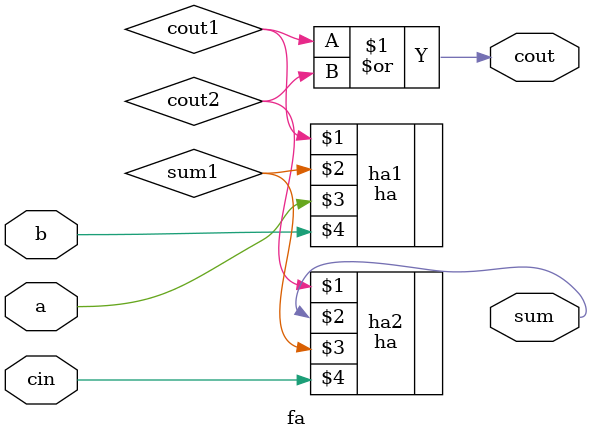
<source format=v>

`include "ha1.v"

module fa(cout, sum, a, b, cin);
    input a, b, cin;
    output cout, sum;
    wire sum1, cout1, cout2;
    ha ha1(cout1, sum1, a, b);
    ha ha2(cout2, sum, sum1, cin);
    or o1(cout, cout1, cout2);
endmodule
</source>
